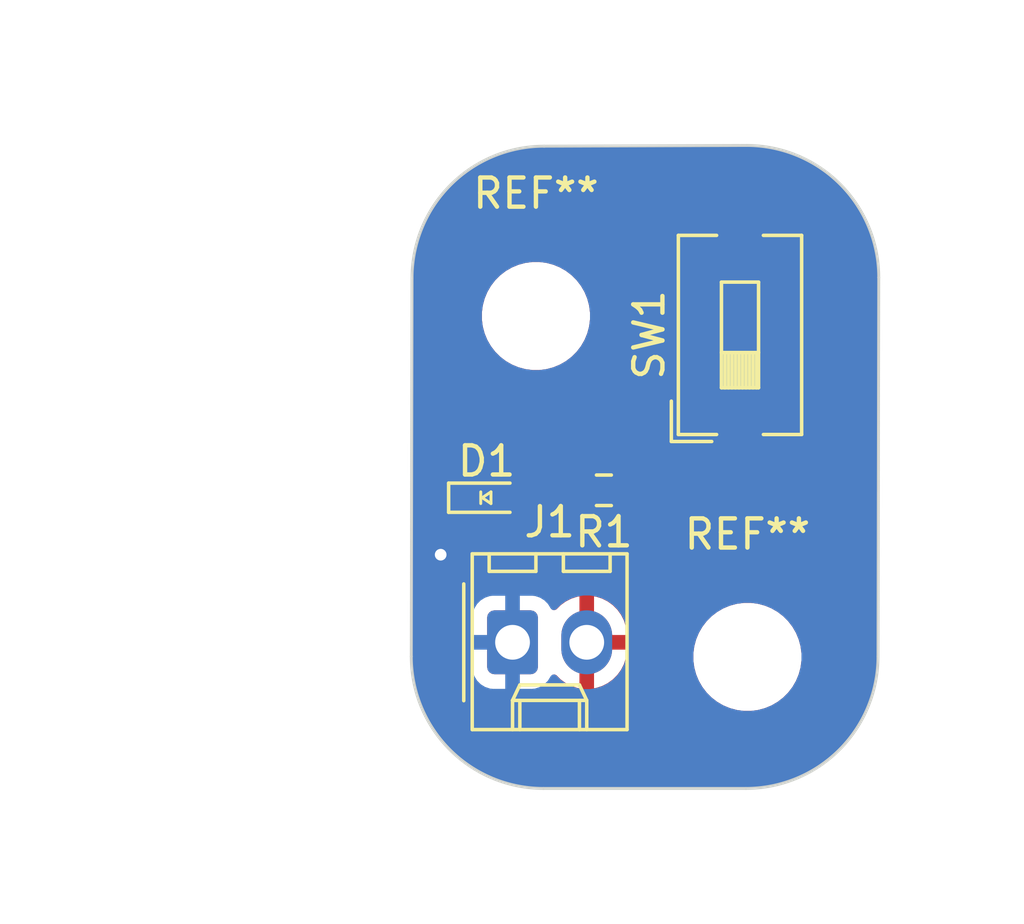
<source format=kicad_pcb>
(kicad_pcb (version 20240108) (generator "pcbnew") (generator_version "8.0")
  (title_block (title "LED Project") (date "2025-09-18") (rev "1.0") (company "Illini Solar Car") (comment 1 "Designed By: Aruzhan"))
  (layers (0 "F.Cu" signal) (31 "B.Cu" signal) (34 "B.Paste" user) (35 "F.Paste" user) (36 "B.SilkS" user "B.Silkscreen") (37 "F.SilkS" user "F.Silkscreen") (38 "B.Mask" user) (39 "F.Mask" user) (44 "Edge.Cuts" user))
  (net 0 "")
  (net 1 "GND")
  (net 2 "Net-(D1-A)")
  (net 3 "Net-(R1-Pad1)")
  (net 4 "+3V3")
  (footprint "MountingHole:MountingHole_3.2mm_M3" (layer "F.Cu") (at 183.261 123.825)
    (property "Reference" "REF**" (at 0 -4.2 0) (layer "F.SilkS"))
    (property "Value" "MountingHole_3.2mm_M3")
    (pad "" np_thru_hole circle (at 0 0) (size 3.2 3.2) (drill 3.2) (layers "*.Cu" "*.Mask"))
  )
  (footprint "MountingHole:MountingHole_3.2mm_M3" (layer "F.Cu") (at 190.5 135.5)
    (property "Reference" "REF**" (at 0 -4.2 0) (layer "F.SilkS"))
    (property "Value" "MountingHole_3.2mm_M3")
    (pad "" np_thru_hole circle (at 0 0) (size 3.2 3.2) (drill 3.2) (layers "*.Cu" "*.Mask"))
  )
  (footprint "Resistor_SMD:R_0603_1608Metric_Pad0.98x0.95mm_HandSolder" (layer "F.Cu") (at 185.5875 129.794 180)
    (property "Reference" "R1" (at 0 -1.43 360) (layer "F.SilkS"))
    (property "Value" "105")
    (fp_line (start -0.254724 0.5225) (end 0.254724 0.5225) (stroke (width 0.12)) (layer "F.SilkS"))
    (fp_line (start -0.254724 -0.5225) (end 0.254724 -0.5225) (stroke (width 0.12)) (layer "F.SilkS"))
    (pad "1" smd roundrect (at -0.9125 0 180) (size 0.975 0.95) (layers "F.Cu" "F.Paste" "F.Mask") (net 3 "Net-(R1-Pad1)"))
    (pad "2" smd roundrect (at 0.9125 0 180) (size 0.975 0.95) (layers "F.Cu" "F.Paste" "F.Mask") (net 2 "Net-(D1-A)"))
  )
  (footprint "Button_Switch_SMD:SW_DIP_SPSTx01_Slide_6.7x4.1mm_W8.61mm_P2.54mm_LowProfile" (layer "F.Cu") (at 190.246 124.473 90)
    (property "Reference" "SW1" (at 0 -3.11 90) (layer "F.SilkS"))
    (property "Value" "SW_Push")
    (fp_line (start -3.65 -2.35) (end -2.267 -2.35) (stroke (width 0.12)) (layer "F.SilkS"))
    (fp_line (start -3.65 -2.35) (end -3.65 -0.967) (stroke (width 0.12)) (layer "F.SilkS"))
    (fp_line (start 3.41 -2.11) (end 3.41 -0.8) (stroke (width 0.12)) (layer "F.SilkS"))
    (fp_line (start -3.41 -2.11) (end 3.41 -2.11) (stroke (width 0.12)) (layer "F.SilkS"))
    (fp_line (start -3.41 -2.11) (end -3.41 -0.8) (stroke (width 0.12)) (layer "F.SilkS"))
    (fp_line (start 1.81 -0.635) (end -1.81 -0.635) (stroke (width 0.12)) (layer "F.SilkS"))
    (fp_line (start -0.603333 -0.635) (end -0.603333 0.635) (stroke (width 0.12)) (layer "F.SilkS"))
    (fp_line (start -1.81 -0.635) (end -1.81 0.635) (stroke (width 0.12)) (layer "F.SilkS"))
    (fp_line (start -1.81 -0.515) (end -0.603333 -0.515) (stroke (width 0.12)) (layer "F.SilkS"))
    (fp_line (start -1.81 -0.395) (end -0.603333 -0.395) (stroke (width 0.12)) (layer "F.SilkS"))
    (fp_line (start -1.81 -0.275) (end -0.603333 -0.275) (stroke (width 0.12)) (layer "F.SilkS"))
    (fp_line (start -1.81 -0.155) (end -0.603333 -0.155) (stroke (width 0.12)) (layer "F.SilkS"))
    (fp_line (start -1.81 -0.035) (end -0.603333 -0.035) (stroke (width 0.12)) (layer "F.SilkS"))
    (fp_line (start -1.81 0.085) (end -0.603333 0.085) (stroke (width 0.12)) (layer "F.SilkS"))
    (fp_line (start -1.81 0.205) (end -0.603333 0.205) (stroke (width 0.12)) (layer "F.SilkS"))
    (fp_line (start -1.81 0.325) (end -0.603333 0.325) (stroke (width 0.12)) (layer "F.SilkS"))
    (fp_line (start -1.81 0.445) (end -0.603333 0.445) (stroke (width 0.12)) (layer "F.SilkS"))
    (fp_line (start -1.81 0.565) (end -0.603333 0.565) (stroke (width 0.12)) (layer "F.SilkS"))
    (fp_line (start 1.81 0.635) (end 1.81 -0.635) (stroke (width 0.12)) (layer "F.SilkS"))
    (fp_line (start -1.81 0.635) (end 1.81 0.635) (stroke (width 0.12)) (layer "F.SilkS"))
    (fp_line (start 3.41 0.8) (end 3.41 2.11) (stroke (width 0.12)) (layer "F.SilkS"))
    (fp_line (start -3.41 0.8) (end -3.41 2.11) (stroke (width 0.12)) (layer "F.SilkS"))
    (fp_line (start -3.41 2.11) (end 3.41 2.11) (stroke (width 0.12)) (layer "F.SilkS"))
    (pad "1" smd rect (at -4.305 0 90) (size 2.44 1.12) (layers "F.Cu" "F.Paste" "F.Mask") (net 4 "+3V3"))
    (pad "2" smd rect (at 4.305 0 90) (size 2.44 1.12) (layers "F.Cu" "F.Paste" "F.Mask") (net 3 "Net-(R1-Pad1)"))
  )
  (footprint "layout:LED_0603_Symbol_on_F.SilkS" (layer "F.Cu") (at 181.572 130.048)
    (property "Reference" "D1" (at 0 -1.25 0) (layer "F.SilkS"))
    (property "Value" "LED_RED")
    (fp_line (start -1.3 -0.5) (end -1.3 0.5) (stroke (width 0.12)) (layer "F.SilkS"))
    (fp_line (start -1.3 -0.5) (end 0.8 -0.5) (stroke (width 0.12)) (layer "F.SilkS"))
    (fp_line (start -1.3 0.5) (end 0.8 0.5) (stroke (width 0.12)) (layer "F.SilkS"))
    (fp_line (start -0.2 -0.2) (end -0.2 0.2) (stroke (width 0.1)) (layer "F.SilkS"))
    (fp_line (start -0.15 0) (end 0.15 -0.2) (stroke (width 0.1)) (layer "F.SilkS"))
    (fp_line (start 0.15 -0.2) (end 0.15 0.2) (stroke (width 0.1)) (layer "F.SilkS"))
    (fp_line (start 0.15 0.2) (end -0.15 0) (stroke (width 0.1)) (layer "F.SilkS"))
    (pad "1" smd rect (at -0.8 0 180) (size 0.8 0.8) (layers "F.Cu" "F.Paste" "F.Mask") (net 1 "GND"))
    (pad "2" smd rect (at 0.8 0 180) (size 0.8 0.8) (layers "F.Cu" "F.Paste" "F.Mask") (net 2 "Net-(D1-A)"))
  )
  (footprint "Connector_Molex:Molex_KK-254_AE-6410-02A_1x02_P2.54mm_Vertical" (layer "F.Cu") (at 182.46 135)
    (property "Reference" "J1" (at 1.27 -4.12 0) (layer "F.SilkS"))
    (property "Value" "Conn_01x02")
    (fp_line (start -1.67 -2) (end -1.67 2) (stroke (width 0.12)) (layer "F.SilkS"))
    (fp_line (start -1.38 -3.03) (end -1.38 2.99) (stroke (width 0.12)) (layer "F.SilkS"))
    (fp_line (start -1.38 2.99) (end 3.92 2.99) (stroke (width 0.12)) (layer "F.SilkS"))
    (fp_line (start -0.8 -3.03) (end -0.8 -2.43) (stroke (width 0.12)) (layer "F.SilkS"))
    (fp_line (start -0.8 -2.43) (end 0.8 -2.43) (stroke (width 0.12)) (layer "F.SilkS"))
    (fp_line (start 0 1.99) (end 0.25 1.46) (stroke (width 0.12)) (layer "F.SilkS"))
    (fp_line (start 0 1.99) (end 2.54 1.99) (stroke (width 0.12)) (layer "F.SilkS"))
    (fp_line (start 0 2.99) (end 0 1.99) (stroke (width 0.12)) (layer "F.SilkS"))
    (fp_line (start 0.25 1.46) (end 2.29 1.46) (stroke (width 0.12)) (layer "F.SilkS"))
    (fp_line (start 0.25 2.99) (end 0.25 1.99) (stroke (width 0.12)) (layer "F.SilkS"))
    (fp_line (start 0.8 -2.43) (end 0.8 -3.03) (stroke (width 0.12)) (layer "F.SilkS"))
    (fp_line (start 1.74 -3.03) (end 1.74 -2.43) (stroke (width 0.12)) (layer "F.SilkS"))
    (fp_line (start 1.74 -2.43) (end 3.34 -2.43) (stroke (width 0.12)) (layer "F.SilkS"))
    (fp_line (start 2.29 1.46) (end 2.54 1.99) (stroke (width 0.12)) (layer "F.SilkS"))
    (fp_line (start 2.29 2.99) (end 2.29 1.99) (stroke (width 0.12)) (layer "F.SilkS"))
    (fp_line (start 2.54 1.99) (end 2.54 2.99) (stroke (width 0.12)) (layer "F.SilkS"))
    (fp_line (start 3.34 -2.43) (end 3.34 -3.03) (stroke (width 0.12)) (layer "F.SilkS"))
    (fp_line (start 3.92 -3.03) (end -1.38 -3.03) (stroke (width 0.12)) (layer "F.SilkS"))
    (fp_line (start 3.92 2.99) (end 3.92 -3.03) (stroke (width 0.12)) (layer "F.SilkS"))
    (pad "1" thru_hole roundrect (at 0 0) (size 1.74 2.19) (drill 1.19) (layers "*.Cu" "*.Mask") (roundrect_rratio 0.143678) (net 1 "GND"))
    (pad "2" thru_hole oval (at 2.54 0) (size 1.74 2.19) (drill 1.19) (layers "*.Cu" "*.Mask") (net 4 "+3V3"))
  )
  (gr_arc (start 194.9704 135.4836) (mid 193.646171 138.680571) (end 190.4492 140.0048) (stroke (width 0.1)) (layer "Edge.Cuts"))
  (gr_arc (start 190.4746 117.983) (mid 193.671571 119.307229) (end 194.9958 122.5042) (stroke (width 0.1)) (layer "Edge.Cuts"))
  (gr_line (start 190.4492 140.0048) (end 183.515 140.0048) (stroke (width 0.1)) (layer "Edge.Cuts"))
  (gr_arc (start 183.515 140.0048) (mid 180.318029 138.680571) (end 178.9938 135.4836) (stroke (width 0.1)) (layer "Edge.Cuts"))
  (gr_line (start 183.5404 118.0084) (end 190.4746 117.983) (stroke (width 0.1)) (layer "Edge.Cuts"))
  (gr_line (start 178.9938 135.4836) (end 179.0192 122.5296) (stroke (width 0.1)) (layer "Edge.Cuts"))
  (gr_arc (start 179.0192 122.5296) (mid 180.343429 119.332629) (end 183.5404 118.0084) (stroke (width 0.1)) (layer "Edge.Cuts"))
  (gr_line (start 194.9958 122.5042) (end 194.9704 135.4836) (stroke (width 0.1)) (layer "Edge.Cuts"))
  (segment (start 180.772 130.048) (end 180.772 131.228) (width 0.25) (layer "F.Cu") (net 1))
  (segment (start 180.772 131.228) (end 180 132) (width 0.25) (layer "F.Cu") (net 1))
  (via (at 180 132) (size 0.8) (drill 0.4) (layers "F.Cu" "B.Cu") (net 1))
  (segment (start 182.372 130.048) (end 184.421 130.048) (width 0.25) (layer "F.Cu") (net 2))
  (segment (start 184.421 130.048) (end 184.675 129.794) (width 0.25) (layer "F.Cu") (net 2))
  (segment (start 186.5 129.2728) (end 186.5 129.794) (width 0.25) (layer "F.Cu") (net 3))
  (segment (start 187.9848 120.168) (end 187.5282 120.6246) (width 0.25) (layer "F.Cu") (net 3))
  (segment (start 190.246 120.168) (end 187.9848 120.168) (width 0.25) (layer "F.Cu") (net 3))
  (segment (start 187.5282 128.2446) (end 186.5 129.2728) (width 0.25) (layer "F.Cu") (net 3))
  (segment (start 187.5282 120.6246) (end 187.5282 128.2446) (width 0.25) (layer "F.Cu") (net 3))
  (zone (net 4) (net_name "+3V3") (layer "F.Cu") (connect_pads (clearance 0.508)) (min_thickness 0.25) (fill yes (thermal_gap 0.5) (thermal_bridge_width 0.5))
    (polygon (pts (xy 179 118) (xy 195 118) (xy 195 140) (xy 179 140)))
  )
  (zone (net 1) (net_name "GND") (layer "B.Cu") (priority 1) (connect_pads (clearance 0.508)) (min_thickness 0.25) (fill yes (thermal_gap 0.5) (thermal_bridge_width 0.5))
    (polygon (pts (xy 179 118) (xy 195 118) (xy 195 140) (xy 179 140)))
  )
)
</source>
